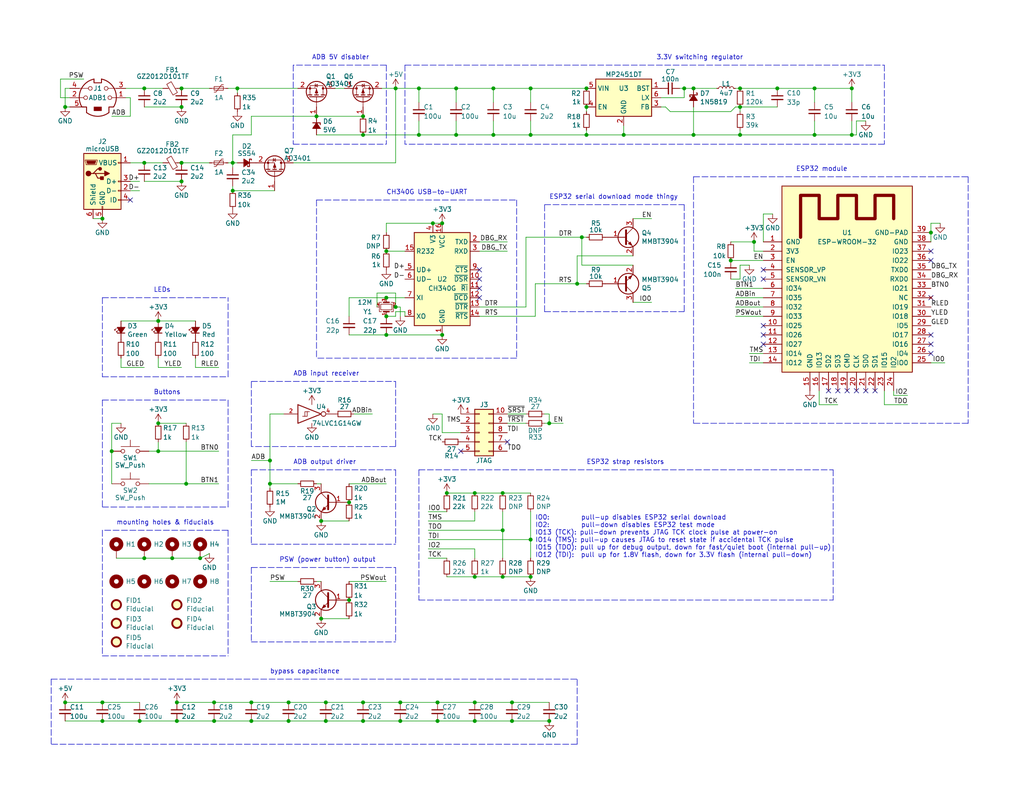
<source format=kicad_sch>
(kicad_sch (version 20211123) (generator eeschema)
  (paper "USLetter")
  (title_block (title "ADBT") (date "2021-02-17") (rev "0.5") (company "Garrett's Workshop"))
  (junction (at 49.53 49.53))
  (junction (at 189.23 36.83))
  (junction (at 144.78 157.48))
  (junction (at 134.62 24.13))
  (junction (at 139.7 196.85))
  (junction (at 114.3 24.13))
  (junction (at 73.66 132.08))
  (junction (at 105.41 81.28))
  (junction (at 232.41 24.13))
  (junction (at 119.38 196.85))
  (junction (at 158.75 64.77))
  (junction (at 201.93 29.21))
  (junction (at 144.78 147.32))
  (junction (at 73.66 125.73))
  (junction (at 118.11 60.96))
  (junction (at 222.25 36.83))
  (junction (at 137.16 157.48))
  (junction (at 222.25 24.13))
  (junction (at 129.54 191.77))
  (junction (at 88.9 196.85))
  (junction (at 63.5 52.07))
  (junction (at 107.95 83.82))
  (junction (at 254 63.5))
  (junction (at 39.37 44.45))
  (junction (at 68.58 191.77))
  (junction (at 95.25 137.16))
  (junction (at 119.38 191.77))
  (junction (at 43.18 87.63))
  (junction (at 134.62 36.83))
  (junction (at 43.18 115.57))
  (junction (at 201.93 36.83))
  (junction (at 120.65 60.96))
  (junction (at 120.65 91.44))
  (junction (at 86.36 31.75))
  (junction (at 38.1 196.85))
  (junction (at 87.63 168.91))
  (junction (at 105.41 86.36))
  (junction (at 129.54 157.48))
  (junction (at 68.58 196.85))
  (junction (at 129.54 196.85))
  (junction (at 160.02 24.13))
  (junction (at 157.48 77.47))
  (junction (at 232.41 36.83))
  (junction (at 43.18 123.19))
  (junction (at 27.94 191.77))
  (junction (at 39.37 152.4))
  (junction (at 121.92 134.62))
  (junction (at 63.5 44.45))
  (junction (at 105.41 68.58))
  (junction (at 149.86 196.85))
  (junction (at 144.78 24.13))
  (junction (at 149.86 115.57))
  (junction (at 58.42 196.85))
  (junction (at 49.53 44.45))
  (junction (at 205.74 66.04))
  (junction (at 99.06 196.85))
  (junction (at 199.39 71.12))
  (junction (at 99.06 31.75))
  (junction (at 49.53 29.21))
  (junction (at 189.23 24.13))
  (junction (at 186.69 24.13))
  (junction (at 139.7 191.77))
  (junction (at 124.46 36.83))
  (junction (at 144.78 36.83))
  (junction (at 48.26 191.77))
  (junction (at 27.94 59.69))
  (junction (at 49.53 24.13))
  (junction (at 137.16 144.78))
  (junction (at 27.94 196.85))
  (junction (at 212.09 24.13))
  (junction (at 88.9 191.77))
  (junction (at 160.02 29.21))
  (junction (at 78.74 196.85))
  (junction (at 201.93 24.13))
  (junction (at 124.46 24.13))
  (junction (at 105.41 91.44))
  (junction (at 78.74 191.77))
  (junction (at 109.22 196.85))
  (junction (at 137.16 134.62))
  (junction (at 99.06 191.77))
  (junction (at 109.22 191.77))
  (junction (at 17.78 191.77))
  (junction (at 87.63 142.24))
  (junction (at 114.3 36.83))
  (junction (at 17.78 29.21))
  (junction (at 39.37 24.13))
  (junction (at 30.48 123.19))
  (junction (at 46.99 152.4))
  (junction (at 58.42 191.77))
  (junction (at 129.54 134.62))
  (junction (at 50.8 132.08))
  (junction (at 95.25 163.83))
  (junction (at 170.18 36.83))
  (junction (at 107.95 24.13))
  (junction (at 54.61 152.4))
  (junction (at 64.77 24.13))
  (junction (at 48.26 196.85))
  (junction (at 160.02 36.83))
  (junction (at 99.06 36.83))
  (no_connect (at 228.6 106.68))
  (no_connect (at 254 68.58))
  (no_connect (at 254 81.28))
  (no_connect (at 254 71.12))
  (no_connect (at 130.81 78.74))
  (no_connect (at 254 96.52))
  (no_connect (at 226.06 106.68))
  (no_connect (at 254 91.44))
  (no_connect (at 130.81 73.66))
  (no_connect (at 233.68 106.68))
  (no_connect (at 208.28 93.98))
  (no_connect (at 208.28 76.2))
  (no_connect (at 208.28 73.66))
  (no_connect (at 208.28 91.44))
  (no_connect (at 208.28 88.9))
  (no_connect (at 130.81 76.2))
  (no_connect (at 138.43 120.65))
  (no_connect (at 130.81 81.28))
  (no_connect (at 231.14 106.68))
  (no_connect (at 236.22 106.68))
  (no_connect (at 254 93.98))
  (no_connect (at 125.73 123.19))
  (no_connect (at 238.76 106.68))
  (no_connect (at 35.56 54.61))
  (wire (pts (xy 114.3 36.83) (xy 124.46 36.83)))
  (wire (pts (xy 43.18 100.33) (xy 43.18 97.79)))
  (wire (pts (xy 144.78 24.13) (xy 144.78 27.94)))
  (wire (pts (xy 120.65 118.11) (xy 125.73 118.11)))
  (wire (pts (xy 105.41 60.96) (xy 105.41 63.5)))
  (wire (pts (xy 39.37 100.33) (xy 33.02 100.33)))
  (polyline (pts (xy 68.58 175.26) (xy 107.95 175.26)))
  (wire (pts (xy 58.42 191.77) (xy 68.58 191.77)))
  (wire (pts (xy 119.38 196.85) (xy 129.54 196.85)))
  (wire (pts (xy 200.66 83.82) (xy 208.28 83.82)))
  (wire (pts (xy 105.41 60.96) (xy 118.11 60.96)))
  (polyline (pts (xy 13.97 185.42) (xy 157.48 185.42)))
  (wire (pts (xy 54.61 152.4) (xy 46.99 152.4)))
  (wire (pts (xy 157.48 69.85) (xy 157.48 77.47)))
  (polyline (pts (xy 114.3 128.27) (xy 114.3 163.83)))
  (wire (pts (xy 62.23 24.13) (xy 64.77 24.13)))
  (wire (pts (xy 222.25 24.13) (xy 232.41 24.13)))
  (wire (pts (xy 34.29 24.13) (xy 39.37 24.13)))
  (wire (pts (xy 134.62 24.13) (xy 134.62 27.94)))
  (wire (pts (xy 17.78 24.13) (xy 17.78 29.21)))
  (polyline (pts (xy 189.23 48.26) (xy 264.16 48.26)))
  (wire (pts (xy 73.66 158.75) (xy 81.28 158.75)))
  (wire (pts (xy 110.49 85.09) (xy 110.49 86.36)))
  (polyline (pts (xy 148.59 85.09) (xy 186.69 85.09)))
  (polyline (pts (xy 80.01 17.78) (xy 80.01 39.37)))
  (wire (pts (xy 33.02 100.33) (xy 33.02 97.79)))
  (wire (pts (xy 120.65 60.96) (xy 118.11 60.96)))
  (wire (pts (xy 177.8 82.55) (xy 172.72 82.55)))
  (wire (pts (xy 86.36 36.83) (xy 99.06 36.83)))
  (wire (pts (xy 43.18 123.19) (xy 59.69 123.19)))
  (wire (pts (xy 27.94 196.85) (xy 38.1 196.85)))
  (wire (pts (xy 201.93 72.39) (xy 201.93 76.2)))
  (wire (pts (xy 95.25 81.28) (xy 105.41 81.28)))
  (polyline (pts (xy 68.58 128.27) (xy 68.58 148.59)))
  (polyline (pts (xy 86.36 54.61) (xy 140.97 54.61)))
  (wire (pts (xy 124.46 33.02) (xy 124.46 36.83)))
  (wire (pts (xy 105.41 91.44) (xy 120.65 91.44)))
  (wire (pts (xy 200.66 29.21) (xy 201.93 29.21)))
  (wire (pts (xy 59.69 100.33) (xy 53.34 100.33)))
  (polyline (pts (xy 114.3 128.27) (xy 227.33 128.27)))
  (wire (pts (xy 195.58 24.13) (xy 189.23 24.13)))
  (polyline (pts (xy 107.95 154.94) (xy 107.95 175.26)))
  (wire (pts (xy 139.7 191.77) (xy 149.86 191.77)))
  (wire (pts (xy 205.74 68.58) (xy 208.28 68.58)))
  (wire (pts (xy 116.84 144.78) (xy 137.16 144.78)))
  (wire (pts (xy 40.64 132.08) (xy 50.8 132.08)))
  (wire (pts (xy 170.18 36.83) (xy 170.18 34.29)))
  (wire (pts (xy 138.43 115.57) (xy 143.51 115.57)))
  (polyline (pts (xy 148.59 55.88) (xy 186.69 55.88)))
  (polyline (pts (xy 110.49 17.78) (xy 110.49 39.37)))
  (wire (pts (xy 212.09 24.13) (xy 222.25 24.13)))
  (wire (pts (xy 107.95 85.09) (xy 110.49 85.09)))
  (wire (pts (xy 63.5 52.07) (xy 63.5 50.8)))
  (wire (pts (xy 109.22 191.77) (xy 119.38 191.77)))
  (wire (pts (xy 49.53 29.21) (xy 39.37 29.21)))
  (wire (pts (xy 116.84 149.86) (xy 129.54 149.86)))
  (polyline (pts (xy 114.3 163.83) (xy 227.33 163.83)))
  (wire (pts (xy 68.58 125.73) (xy 73.66 125.73)))
  (wire (pts (xy 19.05 29.21) (xy 17.78 29.21)))
  (wire (pts (xy 124.46 24.13) (xy 134.62 24.13)))
  (polyline (pts (xy 27.94 138.43) (xy 62.23 138.43)))
  (wire (pts (xy 95.25 91.44) (xy 105.41 91.44)))
  (wire (pts (xy 186.69 24.13) (xy 185.42 24.13)))
  (polyline (pts (xy 27.94 179.07) (xy 62.23 179.07)))
  (wire (pts (xy 64.77 24.13) (xy 81.28 24.13)))
  (wire (pts (xy 143.51 83.82) (xy 143.51 64.77)))
  (wire (pts (xy 148.59 115.57) (xy 149.86 115.57)))
  (wire (pts (xy 88.9 196.85) (xy 99.06 196.85)))
  (wire (pts (xy 144.78 147.32) (xy 144.78 139.7)))
  (wire (pts (xy 138.43 113.03) (xy 143.51 113.03)))
  (wire (pts (xy 109.22 83.82) (xy 109.22 86.36)))
  (wire (pts (xy 101.6 113.03) (xy 96.52 113.03)))
  (wire (pts (xy 134.62 36.83) (xy 144.78 36.83)))
  (wire (pts (xy 17.78 191.77) (xy 27.94 191.77)))
  (wire (pts (xy 46.99 152.4) (xy 39.37 152.4)))
  (wire (pts (xy 99.06 196.85) (xy 109.22 196.85)))
  (wire (pts (xy 73.66 125.73) (xy 73.66 132.08)))
  (wire (pts (xy 201.93 29.21) (xy 212.09 29.21)))
  (wire (pts (xy 205.74 66.04) (xy 205.74 68.58)))
  (wire (pts (xy 88.9 191.77) (xy 99.06 191.77)))
  (wire (pts (xy 233.68 33.02) (xy 233.68 36.83)))
  (wire (pts (xy 144.78 33.02) (xy 144.78 36.83)))
  (wire (pts (xy 186.69 26.67) (xy 186.69 24.13)))
  (wire (pts (xy 157.48 77.47) (xy 160.02 77.47)))
  (wire (pts (xy 223.52 106.68) (xy 223.52 110.49)))
  (wire (pts (xy 160.02 36.83) (xy 170.18 36.83)))
  (wire (pts (xy 204.47 99.06) (xy 208.28 99.06)))
  (wire (pts (xy 63.5 36.83) (xy 63.5 44.45)))
  (wire (pts (xy 43.18 120.65) (xy 43.18 123.19)))
  (wire (pts (xy 107.95 24.13) (xy 114.3 24.13)))
  (wire (pts (xy 130.81 68.58) (xy 138.43 68.58)))
  (wire (pts (xy 118.11 113.03) (xy 120.65 113.03)))
  (wire (pts (xy 222.25 27.94) (xy 222.25 24.13)))
  (wire (pts (xy 204.47 72.39) (xy 201.93 72.39)))
  (wire (pts (xy 105.41 132.08) (xy 95.25 132.08)))
  (wire (pts (xy 160.02 24.13) (xy 144.78 24.13)))
  (wire (pts (xy 232.41 24.13) (xy 232.41 27.94)))
  (wire (pts (xy 95.25 168.91) (xy 87.63 168.91)))
  (wire (pts (xy 129.54 142.24) (xy 129.54 139.7)))
  (polyline (pts (xy 68.58 148.59) (xy 107.95 148.59)))
  (wire (pts (xy 80.01 44.45) (xy 107.95 44.45)))
  (wire (pts (xy 201.93 36.83) (xy 222.25 36.83)))
  (wire (pts (xy 95.25 81.28) (xy 95.25 86.36)))
  (wire (pts (xy 200.66 86.36) (xy 208.28 86.36)))
  (polyline (pts (xy 27.94 81.28) (xy 27.94 102.87)))
  (wire (pts (xy 144.78 157.48) (xy 137.16 157.48)))
  (wire (pts (xy 59.69 132.08) (xy 50.8 132.08)))
  (wire (pts (xy 73.66 113.03) (xy 77.47 113.03)))
  (polyline (pts (xy 68.58 121.92) (xy 68.58 104.14)))
  (wire (pts (xy 180.34 26.67) (xy 186.69 26.67)))
  (polyline (pts (xy 68.58 104.14) (xy 107.95 104.14)))
  (polyline (pts (xy 105.41 17.78) (xy 105.41 39.37)))
  (polyline (pts (xy 27.94 81.28) (xy 62.23 81.28)))
  (wire (pts (xy 58.42 196.85) (xy 68.58 196.85)))
  (wire (pts (xy 137.16 144.78) (xy 137.16 152.4)))
  (wire (pts (xy 107.95 86.36) (xy 105.41 86.36)))
  (wire (pts (xy 33.02 87.63) (xy 43.18 87.63)))
  (polyline (pts (xy 140.97 97.79) (xy 86.36 97.79)))
  (wire (pts (xy 95.25 142.24) (xy 87.63 142.24)))
  (wire (pts (xy 34.29 26.67) (xy 35.56 26.67)))
  (wire (pts (xy 86.36 158.75) (xy 87.63 158.75)))
  (wire (pts (xy 172.72 69.85) (xy 157.48 69.85)))
  (wire (pts (xy 210.82 58.42) (xy 208.28 58.42)))
  (wire (pts (xy 222.25 36.83) (xy 232.41 36.83)))
  (wire (pts (xy 39.37 24.13) (xy 44.45 24.13)))
  (wire (pts (xy 144.78 147.32) (xy 144.78 152.4)))
  (wire (pts (xy 243.84 107.95) (xy 243.84 106.68)))
  (wire (pts (xy 254 60.96) (xy 256.54 60.96)))
  (wire (pts (xy 68.58 191.77) (xy 78.74 191.77)))
  (polyline (pts (xy 241.3 39.37) (xy 110.49 39.37)))
  (wire (pts (xy 247.65 107.95) (xy 243.84 107.95)))
  (polyline (pts (xy 264.16 115.57) (xy 189.23 115.57)))
  (wire (pts (xy 102.87 83.82) (xy 102.87 80.01)))
  (wire (pts (xy 73.66 132.08) (xy 73.66 133.35)))
  (polyline (pts (xy 62.23 102.87) (xy 62.23 81.28)))
  (wire (pts (xy 35.56 49.53) (xy 38.1 49.53)))
  (wire (pts (xy 116.84 152.4) (xy 121.92 152.4)))
  (wire (pts (xy 114.3 24.13) (xy 124.46 24.13)))
  (wire (pts (xy 107.95 24.13) (xy 107.95 44.45)))
  (polyline (pts (xy 13.97 185.42) (xy 13.97 203.2)))
  (wire (pts (xy 38.1 196.85) (xy 48.26 196.85)))
  (wire (pts (xy 48.26 196.85) (xy 58.42 196.85)))
  (wire (pts (xy 48.26 191.77) (xy 58.42 191.77)))
  (wire (pts (xy 208.28 58.42) (xy 208.28 66.04)))
  (wire (pts (xy 99.06 191.77) (xy 109.22 191.77)))
  (wire (pts (xy 30.48 123.19) (xy 30.48 132.08)))
  (wire (pts (xy 199.39 66.04) (xy 205.74 66.04)))
  (wire (pts (xy 120.65 113.03) (xy 120.65 118.11)))
  (polyline (pts (xy 107.95 128.27) (xy 107.95 148.59)))
  (wire (pts (xy 223.52 110.49) (xy 228.6 110.49)))
  (wire (pts (xy 170.18 36.83) (xy 189.23 36.83)))
  (wire (pts (xy 129.54 149.86) (xy 129.54 152.4)))
  (wire (pts (xy 102.87 80.01) (xy 107.95 80.01)))
  (wire (pts (xy 181.61 29.21) (xy 182.88 30.48)))
  (wire (pts (xy 129.54 191.77) (xy 139.7 191.77)))
  (wire (pts (xy 134.62 33.02) (xy 134.62 36.83)))
  (polyline (pts (xy 86.36 54.61) (xy 86.36 97.79)))
  (polyline (pts (xy 27.94 102.87) (xy 62.23 102.87)))
  (wire (pts (xy 68.58 36.83) (xy 63.5 36.83)))
  (wire (pts (xy 158.75 72.39) (xy 158.75 64.77)))
  (polyline (pts (xy 227.33 128.27) (xy 227.33 163.83)))
  (wire (pts (xy 40.64 123.19) (xy 43.18 123.19)))
  (wire (pts (xy 86.36 132.08) (xy 87.63 132.08)))
  (wire (pts (xy 189.23 36.83) (xy 201.93 36.83)))
  (polyline (pts (xy 264.16 48.26) (xy 264.16 115.57)))
  (wire (pts (xy 201.93 29.21) (xy 201.93 30.48)))
  (wire (pts (xy 160.02 30.48) (xy 160.02 29.21)))
  (wire (pts (xy 39.37 44.45) (xy 44.45 44.45)))
  (wire (pts (xy 208.28 71.12) (xy 199.39 71.12)))
  (polyline (pts (xy 27.94 109.22) (xy 27.94 138.43)))
  (wire (pts (xy 114.3 33.02) (xy 114.3 36.83)))
  (polyline (pts (xy 68.58 128.27) (xy 107.95 128.27)))
  (wire (pts (xy 91.44 24.13) (xy 93.98 24.13)))
  (wire (pts (xy 53.34 100.33) (xy 53.34 97.79)))
  (wire (pts (xy 30.48 123.19) (xy 30.48 115.57)))
  (wire (pts (xy 222.25 33.02) (xy 222.25 36.83)))
  (wire (pts (xy 68.58 196.85) (xy 78.74 196.85)))
  (wire (pts (xy 43.18 115.57) (xy 50.8 115.57)))
  (wire (pts (xy 130.81 83.82) (xy 143.51 83.82)))
  (wire (pts (xy 78.74 196.85) (xy 88.9 196.85)))
  (wire (pts (xy 35.56 31.75) (xy 30.48 31.75)))
  (wire (pts (xy 43.18 87.63) (xy 53.34 87.63)))
  (wire (pts (xy 233.68 36.83) (xy 232.41 36.83)))
  (polyline (pts (xy 62.23 144.78) (xy 62.23 179.07)))
  (wire (pts (xy 146.05 77.47) (xy 157.48 77.47)))
  (wire (pts (xy 116.84 139.7) (xy 121.92 139.7)))
  (wire (pts (xy 121.92 134.62) (xy 129.54 134.62)))
  (polyline (pts (xy 107.95 121.92) (xy 68.58 121.92)))
  (wire (pts (xy 137.16 157.48) (xy 129.54 157.48)))
  (polyline (pts (xy 157.48 203.2) (xy 13.97 203.2)))
  (wire (pts (xy 50.8 132.08) (xy 50.8 120.65)))
  (wire (pts (xy 86.36 31.75) (xy 99.06 31.75)))
  (polyline (pts (xy 68.58 154.94) (xy 68.58 175.26)))
  (wire (pts (xy 180.34 29.21) (xy 181.61 29.21)))
  (wire (pts (xy 110.49 68.58) (xy 105.41 68.58)))
  (wire (pts (xy 257.81 99.06) (xy 254 99.06)))
  (wire (pts (xy 241.3 110.49) (xy 241.3 106.68)))
  (wire (pts (xy 35.56 44.45) (xy 39.37 44.45)))
  (wire (pts (xy 68.58 31.75) (xy 68.58 36.83)))
  (wire (pts (xy 49.53 100.33) (xy 43.18 100.33)))
  (wire (pts (xy 189.23 24.13) (xy 186.69 24.13)))
  (wire (pts (xy 49.53 24.13) (xy 57.15 24.13)))
  (wire (pts (xy 30.48 115.57) (xy 33.02 115.57)))
  (wire (pts (xy 177.8 59.69) (xy 172.72 59.69)))
  (wire (pts (xy 104.14 24.13) (xy 107.95 24.13)))
  (wire (pts (xy 201.93 76.2) (xy 199.39 76.2)))
  (wire (pts (xy 182.88 30.48) (xy 199.39 30.48)))
  (wire (pts (xy 16.51 21.59) (xy 16.51 26.67)))
  (wire (pts (xy 149.86 113.03) (xy 148.59 113.03)))
  (wire (pts (xy 200.66 24.13) (xy 201.93 24.13)))
  (wire (pts (xy 254 66.04) (xy 254 63.5)))
  (wire (pts (xy 247.65 110.49) (xy 241.3 110.49)))
  (wire (pts (xy 137.16 144.78) (xy 137.16 139.7)))
  (wire (pts (xy 200.66 78.74) (xy 208.28 78.74)))
  (polyline (pts (xy 140.97 54.61) (xy 140.97 97.79)))
  (wire (pts (xy 116.84 147.32) (xy 144.78 147.32)))
  (wire (pts (xy 201.93 35.56) (xy 201.93 36.83)))
  (wire (pts (xy 129.54 157.48) (xy 121.92 157.48)))
  (wire (pts (xy 114.3 24.13) (xy 114.3 27.94)))
  (wire (pts (xy 49.53 44.45) (xy 57.15 44.45)))
  (wire (pts (xy 144.78 24.13) (xy 134.62 24.13)))
  (wire (pts (xy 208.28 96.52) (xy 204.47 96.52)))
  (polyline (pts (xy 157.48 203.2) (xy 157.48 185.42)))
  (wire (pts (xy 129.54 134.62) (xy 137.16 134.62)))
  (wire (pts (xy 200.66 81.28) (xy 208.28 81.28)))
  (polyline (pts (xy 241.3 17.78) (xy 241.3 39.37)))
  (wire (pts (xy 54.61 152.4) (xy 57.15 151.13)))
  (wire (pts (xy 189.23 29.21) (xy 189.23 36.83)))
  (polyline (pts (xy 27.94 109.22) (xy 62.23 109.22)))
  (wire (pts (xy 17.78 196.85) (xy 27.94 196.85)))
  (wire (pts (xy 138.43 66.04) (xy 130.81 66.04)))
  (wire (pts (xy 107.95 80.01) (xy 107.95 83.82)))
  (wire (pts (xy 64.77 25.4) (xy 64.77 24.13)))
  (wire (pts (xy 124.46 27.94) (xy 124.46 24.13)))
  (wire (pts (xy 105.41 158.75) (xy 95.25 158.75)))
  (polyline (pts (xy 62.23 138.43) (xy 62.23 109.22)))
  (polyline (pts (xy 148.59 85.09) (xy 148.59 55.88)))
  (wire (pts (xy 254 63.5) (xy 254 60.96)))
  (wire (pts (xy 116.84 142.24) (xy 129.54 142.24)))
  (wire (pts (xy 160.02 35.56) (xy 160.02 36.83)))
  (wire (pts (xy 35.56 31.75) (xy 35.56 26.67)))
  (wire (pts (xy 105.41 81.28) (xy 110.49 81.28)))
  (polyline (pts (xy 189.23 48.26) (xy 189.23 115.57)))
  (wire (pts (xy 68.58 31.75) (xy 86.36 31.75)))
  (polyline (pts (xy 105.41 17.78) (xy 80.01 17.78)))
  (wire (pts (xy 201.93 24.13) (xy 212.09 24.13)))
  (wire (pts (xy 22.86 21.59) (xy 16.51 21.59)))
  (wire (pts (xy 62.23 44.45) (xy 63.5 44.45)))
  (polyline (pts (xy 27.94 144.78) (xy 27.94 179.07)))
  (wire (pts (xy 232.41 33.02) (xy 232.41 36.83)))
  (wire (pts (xy 27.94 191.77) (xy 38.1 191.77)))
  (wire (pts (xy 129.54 196.85) (xy 139.7 196.85)))
  (wire (pts (xy 119.38 191.77) (xy 129.54 191.77)))
  (wire (pts (xy 63.5 44.45) (xy 64.77 44.45)))
  (wire (pts (xy 107.95 86.36) (xy 107.95 85.09)))
  (wire (pts (xy 144.78 36.83) (xy 160.02 36.83)))
  (wire (pts (xy 146.05 77.47) (xy 146.05 86.36)))
  (wire (pts (xy 146.05 86.36) (xy 130.81 86.36)))
  (wire (pts (xy 16.51 26.67) (xy 19.05 26.67)))
  (wire (pts (xy 149.86 115.57) (xy 149.86 113.03)))
  (polyline (pts (xy 186.69 55.88) (xy 186.69 85.09)))
  (polyline (pts (xy 110.49 17.78) (xy 241.3 17.78)))
  (wire (pts (xy 149.86 115.57) (xy 153.67 115.57)))
  (wire (pts (xy 74.93 52.07) (xy 63.5 52.07)))
  (wire (pts (xy 137.16 134.62) (xy 144.78 134.62)))
  (wire (pts (xy 99.06 36.83) (xy 114.3 36.83)))
  (wire (pts (xy 107.95 83.82) (xy 109.22 83.82)))
  (wire (pts (xy 63.5 45.72) (xy 63.5 44.45)))
  (wire (pts (xy 158.75 72.39) (xy 172.72 72.39)))
  (wire (pts (xy 39.37 49.53) (xy 49.53 49.53)))
  (wire (pts (xy 39.37 152.4) (xy 31.75 152.4)))
  (polyline (pts (xy 68.58 154.94) (xy 107.95 154.94)))
  (polyline (pts (xy 80.01 39.37) (xy 105.41 39.37)))
  (wire (pts (xy 160.02 64.77) (xy 158.75 64.77)))
  (wire (pts (xy 236.22 33.02) (xy 233.68 33.02)))
  (wire (pts (xy 73.66 125.73) (xy 73.66 113.03)))
  (wire (pts (xy 78.74 191.77) (xy 88.9 191.77)))
  (wire (pts (xy 35.56 52.07) (xy 38.1 52.07)))
  (polyline (pts (xy 107.95 104.14) (xy 107.95 121.92)))
  (wire (pts (xy 27.94 59.69) (xy 25.4 59.69)))
  (wire (pts (xy 17.78 24.13) (xy 19.05 24.13)))
  (wire (pts (xy 149.86 196.85) (xy 139.7 196.85)))
  (polyline (pts (xy 62.23 144.78) (xy 27.94 144.78)))
  (wire (pts (xy 124.46 36.83) (xy 134.62 36.83)))
  (wire (pts (xy 199.39 30.48) (xy 200.66 29.21)))
  (wire (pts (xy 109.22 196.85) (xy 119.38 196.85)))
  (wire (pts (xy 73.66 132.08) (xy 81.28 132.08)))
  (wire (pts (xy 143.51 64.77) (xy 158.75 64.77)))
  (text "3.3V switching regulator" (at 179.07 16.51 0) (effects (font (size 1.27 1.27)) (justify left bottom)))
  (text "ESP32 serial download mode thingy" (at 149.86 54.61 0) (effects (font (size 1.27 1.27)) (justify left bottom)))
  (text "ADB output driver" (at 80.01 127 0) (effects (font (size 1.27 1.27)) (justify left bottom)))
  (text "LEDs" (at 41.91 80.01 0) (effects (font (size 1.27 1.27)) (justify left bottom)))
  (text "ADB 5V disabler" (at 85.09 16.51 0) (effects (font (size 1.27 1.27)) (justify left bottom)))
  (text "Buttons" (at 41.91 107.95 0) (effects (font (size 1.27 1.27)) (justify left bottom)))
  (text "ESP32 module" (at 217.17 46.99 0) (effects (font (size 1.27 1.27)) (justify left bottom)))
  (text "bypass capacitance" (at 73.66 184.15 0) (effects (font (size 1.27 1.27)) (justify left bottom)))
  (text "ADB input receiver" (at 80.01 102.87 0) (effects (font (size 1.27 1.27)) (justify left bottom)))
  (text "mounting holes & fiducials" (at 31.75 143.51 0) (effects (font (size 1.27 1.27)) (justify left bottom)))
  (text "IO0:         pull-up disables ESP32 serial download\nIO2:         pull-down disables ESP32 test mode\nIO13 (TCK): pull-down prevents JTAG TCK clock pulse at power-on\nIO14 (TMS): pull-up causes JTAG to reset state if accidental TCK pulse\nIO15 (TDO): pull up for debug output, down for fast/quiet boot (internal pull-up)\nIO12 (TDI):  pull up for 1.8V flash, down for 3.3V flash (internal pull-down)" (at 146.05 152.4 0) (effects (font (size 1.27 1.27)) (justify left bottom)))
  (text "PSW (power button) output" (at 76.2 153.67 0) (effects (font (size 1.27 1.27)) (justify left bottom)))
  (text "CH340G USB-to-UART" (at 105.41 53.34 0) (effects (font (size 1.27 1.27)) (justify left bottom)))
  (text "ESP32 strap resistors" (at 160.02 127 0) (effects (font (size 1.27 1.27)) (justify left bottom)))
  (label "PSW" (at 22.86 21.59 180))
  (label "D+" (at 110.49 73.66 180))
  (label "IO0" (at 116.84 139.7 0))
  (label "BTN0" (at 254 78.74 0))
  (label "TMS" (at 125.73 115.57 180))
  (label "ADBin" (at 101.6 113.03 180))
  (label "RLED" (at 254 83.82 0))
  (label "TDO" (at 116.84 144.78 0))
  (label "D+" (at 38.1 49.53 180))
  (label "ADB" (at 30.48 31.75 0))
  (label "EN" (at 208.28 71.12 180))
  (label "DBG_RX" (at 254 76.2 0))
  (label "YLED" (at 49.53 100.33 180))
  (label "~{SRST}" (at 138.43 113.03 0))
  (label "ADB" (at 68.58 125.73 0))
  (label "PSWout" (at 200.66 86.36 0))
  (label "DBG_TX" (at 254 73.66 0))
  (label "IO2" (at 116.84 149.86 0))
  (label "RTS" (at 135.89 86.36 180))
  (label "TDI" (at 204.47 99.06 0))
  (label "BTN1" (at 200.66 78.74 0))
  (label "TDI" (at 116.84 147.32 0))
  (label "DBG_TX" (at 138.43 68.58 180))
  (label "IO0" (at 177.8 82.55 180))
  (label "EN" (at 177.8 59.69 180))
  (label "RTS" (at 152.4 77.47 0))
  (label "ADBout" (at 105.41 132.08 180))
  (label "IO2" (at 247.65 107.95 180))
  (label "BTN1" (at 59.69 132.08 180))
  (label "PSW" (at 73.66 158.75 0))
  (label "YLED" (at 254 86.36 0))
  (label "PSWout" (at 105.41 158.75 180))
  (label "BTN0" (at 59.69 123.19 180))
  (label "TDO" (at 138.43 123.19 0))
  (label "TMS" (at 204.47 96.52 0))
  (label "TMS" (at 116.84 142.24 0))
  (label "D-" (at 110.49 76.2 180))
  (label "EN" (at 153.67 115.57 180))
  (label "RLED" (at 59.69 100.33 180))
  (label "ADBin" (at 200.66 81.28 0))
  (label "TDO" (at 247.65 110.49 180))
  (label "IO0" (at 257.81 99.06 180))
  (label "~{TRST}" (at 138.43 115.57 0))
  (label "GLED" (at 39.37 100.33 180))
  (label "D-" (at 38.1 52.07 180))
  (label "TDI" (at 138.43 118.11 0))
  (label "TCK" (at 120.65 120.65 180))
  (label "DTR" (at 152.4 64.77 0))
  (label "TCK" (at 116.84 152.4 0))
  (label "GLED" (at 254 88.9 0))
  (label "DTR" (at 135.89 83.82 180))
  (label "TCK" (at 228.6 110.49 180))
  (label "DBG_RX" (at 138.43 66.04 180))
  (label "ADBout" (at 200.66 83.82 0))
  (symbol (lib_id "Mechanical:Fiducial") (at 31.75 165.1 0) (unit 1)
    (property "Reference" "FID1" (at 34.29 163.9316 0) (effects (justify left)))
    (property "Value" "Fiducial" (at 34.29 166.243 0) (effects (justify left)))
    (property "Footprint" "stdpads:Fiducial" (effects hide))
  )
  (symbol (lib_id "Mechanical:Fiducial") (at 48.26 165.1 0) (unit 1)
    (property "Reference" "FID2" (at 50.8 163.9316 0) (effects (justify left)))
    (property "Value" "Fiducial" (at 50.8 166.243 0) (effects (justify left)))
    (property "Footprint" "stdpads:Fiducial" (effects hide))
  )
  (symbol (lib_id "Mechanical:Fiducial") (at 31.75 170.18 0) (unit 1)
    (property "Reference" "FID3" (at 34.29 169.0116 0) (effects (justify left)))
    (property "Value" "Fiducial" (at 34.29 171.323 0) (effects (justify left)))
    (property "Footprint" "stdpads:Fiducial" (effects hide))
  )
  (symbol (lib_id "Mechanical:Fiducial") (at 48.26 170.18 0) (unit 1)
    (property "Reference" "FID4" (at 50.8 169.0116 0) (effects (justify left)))
    (property "Value" "Fiducial" (at 50.8 171.323 0) (effects (justify left)))
    (property "Footprint" "stdpads:Fiducial" (effects hide))
  )
  (symbol (lib_id "Mechanical:MountingHole_Pad") (at 31.75 149.86 0) (unit 1)
    (property "Reference" "H1" (at 34.29 148.59 0) (effects (justify left)))
    (property "Value" " " (at 34.29 150.876 0) (effects (justify left)))
    (property "Footprint" "stdpads:LPSeries-Screw" (effects hide))
  )
  (symbol (lib_id "Mechanical:MountingHole_Pad") (at 39.37 149.86 0) (unit 1)
    (property "Reference" "H2" (at 41.91 148.59 0) (effects (justify left)))
    (property "Value" " " (at 41.91 150.876 0) (effects (justify left)))
    (property "Footprint" "stdpads:LPSeries-Screw" (effects hide))
  )
  (symbol (lib_id "Mechanical:MountingHole_Pad") (at 46.99 149.86 0) (unit 1)
    (property "Reference" "H3" (at 49.53 148.59 0) (effects (justify left)))
    (property "Value" " " (at 49.53 150.876 0) (effects (justify left)))
    (property "Footprint" "stdpads:LPSeries-Screw" (effects hide))
  )
  (symbol (lib_id "Mechanical:MountingHole_Pad") (at 54.61 149.86 0) (unit 1)
    (property "Reference" "H4" (at 57.15 148.59 0) (effects (justify left)))
    (property "Value" " " (at 57.15 150.876 0) (effects (justify left)))
    (property "Footprint" "stdpads:LPSeries-Screw" (effects hide))
  )
  (symbol (lib_id "GW_RFModule:ESP-WROOM-32") (at 231.14 81.28 0) (unit 1)
    (property "Reference" "U1" (at 231.14 63.5 0))
    (property "Value" "ESP-WROOM-32" (at 231.14 66.04 0))
    (property "Footprint" "stdpads:ESP32-WROVER_WROOM-32_WROOM" (effects hide))
    (property "LCSC Part" "C473012" (effects hide))
  )
  (symbol (lib_id "GW_Connector:MiniDIN-4") (at 26.67 26.67 0) (unit 1)
    (property "Reference" "J1" (at 26.67 24.13 0))
    (property "Value" "ADB1" (at 26.67 26.67 0))
    (property "Footprint" "stdpads:MD-40" (effects hide))
  )
  (symbol (lib_id "Device:L_Small") (at 198.12 24.13 90) (unit 1)
    (property "Reference" "L1" (at 198.12 22.86 90))
    (property "Value" "4u7" (at 198.12 25.4 90))
    (property "Footprint" "stdpads:Sunlord_MWSA0402" (effects hide))
    (property "LCSC Part" "C408337" (effects hide))
  )
  (symbol (lib_id "Device:R_Small") (at 201.93 26.67 0) (unit 1)
    (property "Reference" "R1" (at 203.4286 25.5016 0) (effects (justify left)))
    (property "Value" "120k" (at 203.4286 27.813 0) (effects (justify left)))
    (property "Footprint" "stdpads:R_0603" (effects hide))
    (property "LCSC Part" "C25808" (effects hide))
  )
  (symbol (lib_id "Device:R_Small") (at 201.93 33.02 0) (unit 1)
    (property "Reference" "R3" (at 203.4286 31.8516 0) (effects (justify left)))
    (property "Value" "39k" (at 203.4286 34.163 0) (effects (justify left)))
    (property "Footprint" "stdpads:R_0603" (effects hide))
    (property "LCSC Part" "C23153" (effects hide))
  )
  (symbol (lib_id "Device:C_Small") (at 222.25 30.48 0) (unit 1)
    (property "Reference" "C5" (at 224.79 29.21 0) (effects (justify left)))
    (property "Value" "10u" (at 224.79 31.75 0) (effects (justify left)))
    (property "Footprint" "stdpads:C_0805" (effects hide))
    (property "LCSC Part" "C15850" (effects hide))
  )
  (symbol (lib_id "Device:C_Small") (at 232.41 30.48 0) (unit 1)
    (property "Reference" "C6" (at 234.95 29.21 0) (effects (justify left)))
    (property "Value" "10u" (at 234.95 31.75 0) (effects (justify left)))
    (property "Footprint" "stdpads:C_0805" (effects hide))
    (property "LCSC Part" "C15850" (effects hide))
  )
  (symbol (lib_id "Device:Polyfuse_Small") (at 59.69 44.45 90) (unit 1)
    (property "Reference" "F2" (at 59.69 41.91 90))
    (property "Value" "1A" (at 59.69 46.99 90))
    (property "Footprint" "stdpads:BelFuse_1206" (effects hide))
    (property "LCSC Part" "C66453" (effects hide))
  )
  (symbol (lib_id "Connector:USB_B_Micro") (at 27.94 49.53 0) (unit 1)
    (property "Reference" "J2" (at 27.94 39.37 0) (effects (justify bottom)))
    (property "Value" "microUSB" (at 27.94 40.64 0))
    (property "Footprint" "stdpads:USB_Micro-B_ShouHan_MicroXNJ" (effects hide))
    (property "LCSC Part" "C404969" (effects hide))
  )
  (symbol (lib_id "power:GND") (at 27.94 59.69 0) (unit 1)
    (property "Reference" "#PWR0117" (effects hide))
    (property "Value" "GND" (at 27.94 63.5 0))
  )
  (symbol (lib_id "Interface_USB:CH340G") (at 120.65 76.2 0) (unit 1)
    (property "Reference" "U2" (at 120.65 76.2 0))
    (property "Value" "CH340G" (at 120.65 78.74 0))
    (property "Footprint" "stdpads:SOIC-16_3.9mm" (effects hide))
    (property "Datasheet" "http://www.datasheet5.com/pdf-local-2195953" (effects hide))
    (property "LCSC Part" "C14267" (effects hide))
  )
  (symbol (lib_id "power:GND") (at 256.54 60.96 0) (unit 1)
    (property "Reference" "#PWR0101" (effects hide))
    (property "Value" "GND" (at 256.54 64.77 0))
  )
  (symbol (lib_id "power:GND") (at 210.82 58.42 0) (unit 1)
    (property "Reference" "#PWR0102" (effects hide))
    (property "Value" "GND" (at 210.82 62.23 0))
  )
  (symbol (lib_id "power:GND") (at 220.98 106.68 0) (unit 1)
    (property "Reference" "#PWR0103" (effects hide))
    (property "Value" "GND" (at 220.98 110.49 0))
  )
  (symbol (lib_id "power:+3V3") (at 205.74 66.04 0) (unit 1)
    (property "Reference" "#PWR0104" (effects hide))
    (property "Value" "+3V3" (at 205.74 62.23 0))
  )
  (symbol (lib_id "power:GND") (at 87.63 142.24 0) (mirror y) (unit 1)
    (property "Reference" "#PWR0130" (effects hide))
    (property "Value" "GND" (at 87.63 146.05 0))
  )
  (symbol (lib_id "Device:R_Small") (at 95.25 139.7 0) (mirror y) (unit 1)
    (property "Reference" "R25" (at 96.52 138.43 0) (effects (justify right)))
    (property "Value" "1k" (at 96.52 140.97 0) (effects (justify right)))
    (property "Footprint" "stdpads:R_0603" (effects hide))
    (property "LCSC Part" "C21190" (effects hide))
  )
  (symbol (lib_id "Device:R_Small") (at 95.25 134.62 0) (unit 1)
    (property "Reference" "R20" (at 96.52 133.35 0) (effects (justify left)))
    (property "Value" "1k" (at 96.52 135.89 0) (effects (justify left)))
    (property "Footprint" "stdpads:R_0603" (effects hide))
    (property "LCSC Part" "C21190" (effects hide))
  )
  (symbol (lib_id "power:+3V3") (at 120.65 60.96 0) (unit 1)
    (property "Reference" "#PWR0109" (effects hide))
    (property "Value" "+3V3" (at 120.65 57.15 0))
  )
  (symbol (lib_id "power:GND") (at 120.65 91.44 0) (unit 1)
    (property "Reference" "#PWR0110" (effects hide))
    (property "Value" "GND" (at 120.65 95.25 0))
  )
  (symbol (lib_id "Device:C_Small") (at 105.41 88.9 0) (mirror y) (unit 1)
    (property "Reference" "C17" (at 102.87 87.63 0) (effects (justify left)))
    (property "Value" "22p" (at 102.87 90.17 0) (effects (justify left)))
    (property "Footprint" "stdpads:C_0603" (effects hide))
    (property "LCSC Part" "C1653" (effects hide))
  )
  (symbol (lib_id "Device:C_Small") (at 95.25 88.9 0) (mirror y) (unit 1)
    (property "Reference" "C16" (at 92.71 87.63 0) (effects (justify left)))
    (property "Value" "22p" (at 92.71 90.17 0) (effects (justify left)))
    (property "Footprint" "stdpads:C_0603" (effects hide))
    (property "LCSC Part" "C1653" (effects hide))
  )
  (symbol (lib_id "power:GND") (at 85.09 115.57 0) (unit 1)
    (property "Reference" "#PWR0105" (effects hide))
    (property "Value" "GND" (at 85.09 119.38 0))
  )
  (symbol (lib_id "power:+3V3") (at 85.09 110.49 0) (mirror y) (unit 1)
    (property "Reference" "#PWR0106" (effects hide))
    (property "Value" "+3V3" (at 85.09 106.68 0))
  )
  (symbol (lib_id "power:GND") (at 17.78 29.21 0) (unit 1)
    (property "Reference" "#PWR0134" (effects hide))
    (property "Value" "GND" (at 17.78 33.02 0))
  )
  (symbol (lib_id "power:GND") (at 57.15 151.13 0) (mirror y) (unit 1)
    (property "Reference" "#PWR0135" (effects hide))
    (property "Value" "GND" (at 57.15 154.94 0))
  )
  (symbol (lib_id "Device:C_Small") (at 124.46 30.48 0) (unit 1)
    (property "Reference" "C2" (at 125.73 29.21 0) (effects (justify left)))
    (property "Value" "100u" (at 125.73 31.75 0) (effects (justify left)))
    (property "Footprint" "stdpads:C_1210" (effects hide))
    (property "LCSC Part" "C49066" (effects hide))
  )
  (symbol (lib_id "Device:C_Small") (at 17.78 194.31 0) (unit 1)
    (property "Reference" "C11" (at 19.05 193.04 0) (effects (justify left)))
    (property "Value" "100u" (at 19.05 195.58 0) (effects (justify left)))
    (property "Footprint" "stdpads:C_1210" (effects hide))
    (property "LCSC Part" "C49066" (effects hide))
  )
  (symbol (lib_id "Device:C_Small") (at 27.94 194.31 0) (unit 1)
    (property "Reference" "C25" (at 29.21 193.04 0) (effects (justify left)))
    (property "Value" "100u" (at 29.21 195.58 0) (effects (justify left)))
    (property "Footprint" "stdpads:C_1210" (effects hide))
    (property "LCSC Part" "C49066" (effects hide))
  )
  (symbol (lib_id "power:GND") (at 63.5 57.15 0) (mirror y) (unit 1)
    (property "Reference" "#PWR0107" (effects hide))
    (property "Value" "GND" (at 63.5 60.96 0))
  )
  (symbol (lib_id "Device:C_Small") (at 38.1 194.31 0) (unit 1)
    (property "Reference" "C26" (at 39.37 193.04 0) (effects (justify left)))
    (property "Value" "100u" (at 39.37 195.58 0) (effects (justify left)))
    (property "Footprint" "stdpads:C_1210" (effects hide))
    (property "LCSC Part" "C49066" (effects hide))
  )
  (symbol (lib_id "Device:C_Small") (at 114.3 30.48 0) (unit 1)
    (property "Reference" "C1" (at 115.57 29.21 0) (effects (justify left)))
    (property "Value" "100u" (at 115.57 31.75 0) (effects (justify left)))
    (property "Footprint" "stdpads:C_1210" (effects hide))
    (property "LCSC Part" "C49066" (effects hide))
  )
  (symbol (lib_id "Device:R_Small") (at 50.8 118.11 0) (unit 1)
    (property "Reference" "R13" (at 52.07 116.84 0) (effects (justify left)))
    (property "Value" "1k" (at 52.07 119.38 0) (effects (justify left)))
    (property "Footprint" "stdpads:R_0603" (effects hide))
    (property "LCSC Part" "C21190" (effects hide))
  )
  (symbol (lib_id "Switch:SW_Push") (at 35.56 132.08 0) (mirror y) (unit 1)
    (property "Reference" "SW2" (at 35.56 134.62 0) (effects (justify bottom)))
    (property "Value" "SW_Push" (at 35.56 135.89 0))
    (property "Footprint" "stdpads:XKB_TS-1187A" (effects hide))
    (property "LCSC Part" "C480267" (effects hide))
  )
  (symbol (lib_id "Device:C_Small") (at 48.26 194.31 0) (unit 1)
    (property "Reference" "C12" (at 49.53 193.04 0) (effects (justify left)))
    (property "Value" "2u2" (at 49.53 195.58 0) (effects (justify left)))
    (property "Footprint" "stdpads:C_0603" (effects hide))
    (property "LCSC Part" "C23630" (effects hide))
  )
  (symbol (lib_id "power:GND") (at 73.66 138.43 0) (mirror y) (unit 1)
    (property "Reference" "#PWR0136" (effects hide))
    (property "Value" "GND" (at 73.66 142.24 0))
  )
  (symbol (lib_id "Device:C_Small") (at 119.38 194.31 0) (unit 1)
    (property "Reference" "C27" (at 120.65 193.04 0) (effects (justify left)))
    (property "Value" "100u" (at 120.65 195.58 0) (effects (justify left)))
    (property "Footprint" "stdpads:C_1210" (effects hide))
    (property "LCSC Part" "C49066" (effects hide))
  )
  (symbol (lib_id "Device:C_Small") (at 129.54 194.31 0) (unit 1)
    (property "Reference" "C28" (at 130.81 193.04 0) (effects (justify left)))
    (property "Value" "100u" (at 130.81 195.58 0) (effects (justify left)))
    (property "Footprint" "stdpads:C_1210" (effects hide))
    (property "LCSC Part" "C49066" (effects hide))
  )
  (symbol (lib_id "Device:C_Small") (at 149.86 194.31 0) (unit 1)
    (property "Reference" "C30" (at 151.13 193.04 0) (effects (justify left)))
    (property "Value" "2u2" (at 151.13 195.58 0) (effects (justify left)))
    (property "Footprint" "stdpads:C_0603" (effects hide))
    (property "LCSC Part" "C23630" (effects hide))
  )
  (symbol (lib_id "Device:R_Small") (at 160.02 26.67 0) (mirror y) (unit 1)
    (property "Reference" "R2" (at 158.5214 25.5016 0) (effects (justify left)))
    (property "Value" "1k" (at 158.5214 27.813 0) (effects (justify left)))
    (property "Footprint" "stdpads:R_0603" (effects hide))
    (property "LCSC Part" "C21190" (effects hide))
  )
  (symbol (lib_id "Device:R_Small") (at 160.02 33.02 0) (mirror y) (unit 1)
    (property "Reference" "R18" (at 158.5214 31.8516 0) (effects (justify left)))
    (property "Value" "1k" (at 158.5214 34.163 0) (effects (justify left)))
    (property "Footprint" "stdpads:R_0603" (effects hide))
    (property "LCSC Part" "C21190" (effects hide))
  )
  (symbol (lib_id "Connector_Generic:Conn_02x05_Counter_Clockwise") (at 130.81 118.11 0) (unit 1)
    (property "Reference" "J3" (at 132.08 110.49 0))
    (property "Value" "JTAG" (at 132.08 125.73 0))
    (property "Footprint" "stdpads:Tag-Connect_TC2050-IDC-NL_2x05_P1.27mm_Vertical" (effects hide))
  )
  (symbol (lib_id "power:+3V3") (at 125.73 113.03 0) (mirror y) (unit 1)
    (property "Reference" "#PWR0120" (effects hide))
    (property "Value" "+3V3" (at 125.73 109.22 0))
  )
  (symbol (lib_id "power:GND") (at 118.11 113.03 0) (unit 1)
    (property "Reference" "#PWR0122" (effects hide))
    (property "Value" "GND" (at 118.11 116.84 0))
  )
  (symbol (lib_id "Mechanical:Fiducial") (at 31.75 175.26 0) (unit 1)
    (property "Reference" "FID5" (at 34.29 174.0916 0) (effects (justify left)))
    (property "Value" "Fiducial" (at 34.29 176.403 0) (effects (justify left)))
    (property "Footprint" "stdpads:Fiducial" (effects hide))
  )
  (symbol (lib_id "Device:D_Schottky_Small_ALT") (at 189.23 26.67 270) (unit 1)
    (property "Reference" "D7" (at 190.9572 25.5016 90) (effects (justify left)))
    (property "Value" "1N5819" (at 190.9572 27.813 90) (effects (justify left)))
    (property "Footprint" "stdpads:D_SOD-123" (effects hide))
    (property "LCSC Part" "C8598" (effects hide))
  )
  (symbol (lib_id "Device:R_Small") (at 146.05 113.03 90) (mirror x) (unit 1)
    (property "Reference" "R34" (at 146.05 109.22 90))
    (property "Value" "27" (at 146.05 111.76 90) (effects (justify bottom)))
    (property "Footprint" "stdpads:R_0603" (effects hide))
    (property "LCSC Part" "C25190" (effects hide))
  )
  (symbol (lib_id "Device:R_Small") (at 123.19 120.65 90) (unit 1)
    (property "Reference" "R14" (at 123.19 124.46 90))
    (property "Value" "27" (at 123.19 121.92 90) (effects (justify bottom)))
    (property "Footprint" "stdpads:R_0603" (effects hide))
    (property "LCSC Part" "C25190" (effects hide))
  )
  (symbol (lib_id "Device:R_Small") (at 146.05 115.57 90) (unit 1)
    (property "Reference" "R33" (at 146.05 119.38 90))
    (property "Value" "DNP" (at 146.05 116.84 90) (effects (justify bottom)))
    (property "Footprint" "stdpads:R_0603" (effects hide))
  )
  (symbol (lib_id "Device:Q_PMOS_GSD") (at 74.93 46.99 270) (mirror x) (unit 1)
    (property "Reference" "Q7" (at 77.47 41.91 90) (effects (justify left top)))
    (property "Value" "AO3401" (at 77.47 43.18 90) (effects (justify left)))
    (property "Footprint" "stdpads:SOT-23" (effects hide))
    (property "LCSC Part" "C15127" (effects hide))
  )
  (symbol (lib_id "Device:R_Small") (at 63.5 54.61 0) (mirror y) (unit 1)
    (property "Reference" "R36" (at 64.77 53.34 0) (effects (justify right)))
    (property "Value" "10k" (at 64.77 55.88 0) (effects (justify right)))
    (property "Footprint" "stdpads:R_0603" (effects hide))
    (property "LCSC Part" "C21190" (effects hide))
  )
  (symbol (lib_id "Device:C_Small") (at 139.7 194.31 0) (unit 1)
    (property "Reference" "C29" (at 140.97 193.04 0) (effects (justify left)))
    (property "Value" "2u2" (at 140.97 195.58 0) (effects (justify left)))
    (property "Footprint" "stdpads:C_0603" (effects hide))
    (property "LCSC Part" "C23630" (effects hide))
  )
  (symbol (lib_id "Device:R_Small") (at 99.06 34.29 0) (mirror y) (unit 1)
    (property "Reference" "R4" (at 100.33 33.02 0) (effects (justify right)))
    (property "Value" "1k" (at 100.33 35.56 0) (effects (justify right)))
    (property "Footprint" "stdpads:R_0603" (effects hide))
    (property "LCSC Part" "C21190" (effects hide))
  )
  (symbol (lib_id "power:+5V") (at 107.95 24.13 0) (unit 1)
    (property "Reference" "#PWR0108" (effects hide))
    (property "Value" "+5V" (at 107.95 20.32 0))
  )
  (symbol (lib_id "Device:C_Small") (at 63.5 48.26 0) (unit 1)
    (property "Reference" "C34" (at 65.8368 47.0916 0) (effects (justify left)))
    (property "Value" "2u2" (at 65.8368 49.403 0) (effects (justify left)))
    (property "Footprint" "stdpads:C_0603" (effects hide))
    (property "LCSC Part" "C23630" (effects hide))
  )
  (symbol (lib_id "power:+5V") (at 17.78 191.77 0) (unit 1)
    (property "Reference" "#PWR0127" (effects hide))
    (property "Value" "+5V" (at 17.78 187.96 0))
  )
  (symbol (lib_id "Device:D_Schottky_Small_ALT") (at 67.31 44.45 0) (mirror y) (unit 1)
    (property "Reference" "D2" (at 67.31 40.64 0) (effects (justify bottom)))
    (property "Value" "SS54" (at 67.31 41.91 0))
    (property "Footprint" "stdpads:D_SMA" (effects hide))
    (property "LCSC Part" "C22452" (effects hide))
  )
  (symbol (lib_id "Device:Q_PMOS_GSD") (at 99.06 26.67 90) (unit 1)
    (property "Reference" "Q6" (at 96.52 21.59 90) (effects (justify left top)))
    (property "Value" "AO3401" (at 88.9 22.86 90) (effects (justify right)))
    (property "Footprint" "stdpads:SOT-23" (effects hide))
    (property "LCSC Part" "C15127" (effects hide))
  )
  (symbol (lib_id "74xGxx:74LVC1G14") (at 85.09 113.03 0) (unit 1)
    (property "Reference" "U4" (at 87.63 111.76 0) (effects (justify bottom)))
    (property "Value" "74LVC1G14GW" (at 85.09 115.57 0) (effects (justify left)))
    (property "Footprint" "stdpads:SOT-353" (effects hide))
    (property "Datasheet" "http://www.ti.com/lit/sg/scyt129e/scyt129e.pdf" (effects hide))
    (property "LCSC Part" "C265125" (effects hide))
  )
  (symbol (lib_id "Device:R_Small") (at 83.82 132.08 90) (unit 1)
    (property "Reference" "R19" (at 83.82 133.35 90) (effects (justify bottom)))
    (property "Value" "27" (at 83.82 135.89 90))
    (property "Footprint" "stdpads:R_0603" (effects hide))
    (property "LCSC Part" "C25190" (effects hide))
  )
  (symbol (lib_id "Device:R_Small") (at 64.77 27.94 0) (mirror y) (unit 1)
    (property "Reference" "R35" (at 66.04 26.67 0) (effects (justify right)))
    (property "Value" "1k" (at 66.04 29.21 0) (effects (justify right)))
    (property "Footprint" "stdpads:R_0603" (effects hide))
    (property "LCSC Part" "C21190" (effects hide))
  )
  (symbol (lib_id "GW_Power:MP2451") (at 170.18 26.67 0) (unit 1)
    (property "Reference" "U3" (at 170.18 24.13 0))
    (property "Value" "MP2451DT" (at 170.18 20.32 0))
    (property "Footprint" "stdpads:SOT-23-6" (effects hide))
    (property "Datasheet" "http://www.aosmd.com/res/data_sheets/AOZ1282CI-1.pdf" (effects hide))
    (property "LCSC Part" "C14123" (effects hide))
  )
  (symbol (lib_id "Device:C_Small") (at 182.88 24.13 270) (unit 1)
    (property "Reference" "C7" (at 182.88 20.32 90) (effects (justify bottom)))
    (property "Value" "100n" (at 182.88 21.59 90))
    (property "Footprint" "stdpads:C_0603" (effects hide))
    (property "LCSC Part" "C14663" (effects hide))
  )
  (symbol (lib_id "Device:R_Small") (at 73.66 135.89 0) (unit 1)
    (property "Reference" "R15" (at 75.1586 134.7216 0) (effects (justify left)))
    (property "Value" "1M" (at 75.1586 137.033 0) (effects (justify left)))
    (property "Footprint" "stdpads:R_0603" (effects hide))
    (property "LCSC Part" "C22935" (effects hide))
  )
  (symbol (lib_id "power:GND") (at 64.77 30.48 0) (unit 1)
    (property "Reference" "#PWR0126" (effects hide))
    (property "Value" "GND" (at 64.77 34.29 0))
  )
  (symbol (lib_id "Transistor_BJT:MMBT3904") (at 90.17 163.83 0) (mirror y) (unit 1)
    (property "Reference" "Q3" (at 86.36 166.37 0) (effects (justify left bottom)))
    (property "Value" "MMBT3904" (at 86.36 167.64 0) (effects (justify left)))
    (property "Footprint" "stdpads:SOT-23" (effects hide))
    (property "LCSC Part" "C20526" (effects hide))
  )
  (symbol (lib_id "power:GND") (at 87.63 168.91 0) (mirror y) (unit 1)
    (property "Reference" "#PWR0131" (effects hide))
    (property "Value" "GND" (at 87.63 172.72 0))
  )
  (symbol (lib_id "Device:R_Small") (at 95.25 166.37 0) (mirror y) (unit 1)
    (property "Reference" "R32" (at 96.52 165.1 0) (effects (justify right)))
    (property "Value" "1k" (at 96.52 167.64 0) (effects (justify right)))
    (property "Footprint" "stdpads:R_0603" (effects hide))
    (property "LCSC Part" "C21190" (effects hide))
  )
  (symbol (lib_id "Device:R_Small") (at 95.25 161.29 0) (unit 1)
    (property "Reference" "R31" (at 96.52 160.02 0) (effects (justify left)))
    (property "Value" "1k" (at 96.52 162.56 0) (effects (justify left)))
    (property "Footprint" "stdpads:R_0603" (effects hide))
    (property "LCSC Part" "C21190" (effects hide))
  )
  (symbol (lib_id "Device:R_Small") (at 83.82 158.75 90) (unit 1)
    (property "Reference" "R30" (at 83.82 160.02 90) (effects (justify bottom)))
    (property "Value" "27" (at 83.82 162.56 90))
    (property "Footprint" "stdpads:R_0603" (effects hide))
    (property "LCSC Part" "C25190" (effects hide))
  )
  (symbol (lib_id "Device:C_Small") (at 199.39 73.66 0) (mirror y) (unit 1)
    (property "Reference" "C15" (at 196.85 72.39 0) (effects (justify left)))
    (property "Value" "100n" (at 196.85 74.93 0) (effects (justify left)))
    (property "Footprint" "stdpads:C_0603" (effects hide))
    (property "LCSC Part" "C14663" (effects hide))
  )
  (symbol (lib_id "Device:R_Small") (at 199.39 68.58 0) (unit 1)
    (property "Reference" "R8" (at 198.12 67.31 0) (effects (justify right)))
    (property "Value" "10k" (at 198.12 69.85 0) (effects (justify right)))
    (property "Footprint" "stdpads:R_0603" (effects hide))
    (property "LCSC Part" "C25804" (effects hide))
  )
  (symbol (lib_id "power:GND") (at 204.47 72.39 0) (unit 1)
    (property "Reference" "#PWR0114" (effects hide))
    (property "Value" "GND" (at 204.47 76.2 0))
  )
  (symbol (lib_id "Device:R_Small") (at 93.98 113.03 90) (mirror x) (unit 1)
    (property "Reference" "R16" (at 93.98 109.22 90))
    (property "Value" "27" (at 93.98 111.76 90) (effects (justify bottom)))
    (property "Footprint" "stdpads:R_0603" (effects hide))
    (property "LCSC Part" "C25190" (effects hide))
  )
  (symbol (lib_id "Device:C_Small") (at 212.09 26.67 0) (unit 1)
    (property "Reference" "C10" (at 214.63 25.4 0) (effects (justify left)))
    (property "Value" "33p" (at 214.63 27.94 0) (effects (justify left)))
    (property "Footprint" "stdpads:C_0603" (effects hide))
    (property "LCSC Part" "C1663" (effects hide))
  )
  (symbol (lib_id "Device:R_Small") (at 43.18 118.11 0) (unit 1)
    (property "Reference" "R17" (at 44.45 116.84 0) (effects (justify left)))
    (property "Value" "1k" (at 44.45 119.38 0) (effects (justify left)))
    (property "Footprint" "stdpads:R_0603" (effects hide))
    (property "LCSC Part" "C21190" (effects hide))
  )
  (symbol (lib_id "Device:Q_PMOS_GSD") (at 86.36 26.67 270) (mirror x) (unit 1)
    (property "Reference" "Q1" (at 88.9 21.59 90) (effects (justify left top)))
    (property "Value" "AO3401" (at 88.9 22.86 90) (effects (justify left)))
    (property "Footprint" "stdpads:SOT-23" (effects hide))
    (property "LCSC Part" "C15127" (effects hide))
  )
  (symbol (lib_id "Device:R_Small") (at 121.92 137.16 0) (unit 1)
    (property "Reference" "R21" (at 123.4186 135.9916 0) (effects (justify left)))
    (property "Value" "22k" (at 123.4186 138.303 0) (effects (justify left)))
    (property "Footprint" "stdpads:R_0603" (effects hide))
    (property "LCSC Part" "C31850" (effects hide))
  )
  (symbol (lib_id "power:+3V3") (at 121.92 134.62 0) (unit 1)
    (property "Reference" "#PWR0113" (effects hide))
    (property "Value" "+3V3" (at 121.92 130.81 0))
  )
  (symbol (lib_id "Transistor_BJT:MMBT3904") (at 90.17 137.16 0) (mirror y) (unit 1)
    (property "Reference" "Q2" (at 86.36 139.7 0) (effects (justify left bottom)))
    (property "Value" "MMBT3904" (at 86.36 140.97 0) (effects (justify left)))
    (property "Footprint" "stdpads:SOT-23" (effects hide))
    (property "LCSC Part" "C20526" (effects hide))
  )
  (symbol (lib_id "Device:R_Small") (at 121.92 154.94 0) (unit 1)
    (property "Reference" "R26" (at 123.4186 153.7716 0) (effects (justify left)))
    (property "Value" "22k" (at 123.4186 156.083 0) (effects (justify left)))
    (property "Footprint" "stdpads:R_0603" (effects hide))
    (property "LCSC Part" "C31850" (effects hide))
  )
  (symbol (lib_id "Device:R_Small") (at 129.54 154.94 0) (unit 1)
    (property "Reference" "R27" (at 131.0386 153.7716 0) (effects (justify left)))
    (property "Value" "1k" (at 131.0386 156.083 0) (effects (justify left)))
    (property "Footprint" "stdpads:R_0603" (effects hide))
    (property "LCSC Part" "C21190" (effects hide))
  )
  (symbol (lib_id "Device:R_Small") (at 129.54 137.16 0) (unit 1)
    (property "Reference" "R22" (at 131.0386 135.9916 0) (effects (justify left)))
    (property "Value" "22k" (at 131.0386 138.303 0) (effects (justify left)))
    (property "Footprint" "stdpads:R_0603" (effects hide))
    (property "LCSC Part" "C31850" (effects hide))
  )
  (symbol (lib_id "Device:R_Small") (at 137.16 137.16 0) (unit 1)
    (property "Reference" "R23" (at 138.6586 135.9916 0) (effects (justify left)))
    (property "Value" "DNP" (at 138.6586 138.303 0) (effects (justify left)))
    (property "Footprint" "stdpads:R_0603" (effects hide))
  )
  (symbol (lib_id "Device:R_Small") (at 137.16 154.94 0) (unit 1)
    (property "Reference" "R28" (at 138.6586 153.7716 0) (effects (justify left)))
    (property "Value" "DNP" (at 138.6586 156.083 0) (effects (justify left)))
    (property "Footprint" "stdpads:R_0603" (effects hide))
  )
  (symbol (lib_id "Device:R_Small") (at 144.78 137.16 0) (unit 1)
    (property "Reference" "R24" (at 146.2786 135.9916 0) (effects (justify left)))
    (property "Value" "DNP" (at 146.2786 138.303 0) (effects (justify left)))
    (property "Footprint" "stdpads:R_0603" (effects hide))
  )
  (symbol (lib_id "Device:R_Small") (at 144.78 154.94 0) (unit 1)
    (property "Reference" "R29" (at 146.2786 153.7716 0) (effects (justify left)))
    (property "Value" "DNP" (at 146.2786 156.083 0) (effects (justify left)))
    (property "Footprint" "stdpads:R_0603" (effects hide))
  )
  (symbol (lib_id "power:GND") (at 144.78 157.48 0) (unit 1)
    (property "Reference" "#PWR0112" (effects hide))
    (property "Value" "GND" (at 144.78 161.29 0))
  )
  (symbol (lib_id "Device:LED_Small_ALT") (at 53.34 90.17 90) (unit 1)
    (property "Reference" "D5" (at 55.0672 89.0016 90) (effects (justify right)))
    (property "Value" "Red" (at 55.0672 91.313 90) (effects (justify right)))
    (property "Footprint" "stdpads:LED_0805" (effects hide))
    (property "LCSC Part" "C84256" (effects hide))
  )
  (symbol (lib_id "Device:LED_Small_ALT") (at 33.02 90.17 90) (unit 1)
    (property "Reference" "D3" (at 34.7472 89.0016 90) (effects (justify right)))
    (property "Value" "Green" (at 34.7472 91.313 90) (effects (justify right)))
    (property "Footprint" "stdpads:LED_0805" (effects hide))
    (property "LCSC Part" "C2297" (effects hide))
  )
  (symbol (lib_id "Device:LED_Small_ALT") (at 43.18 90.17 90) (unit 1)
    (property "Reference" "D4" (at 44.9072 89.0016 90) (effects (justify right)))
    (property "Value" "Yellow" (at 44.9072 91.313 90) (effects (justify right)))
    (property "Footprint" "stdpads:LED_0805" (effects hide))
    (property "LCSC Part" "C2296" (effects hide))
  )
  (symbol (lib_id "Device:R_Small") (at 33.02 95.25 0) (mirror y) (unit 1)
    (property "Reference" "R10" (at 34.29 93.98 0) (effects (justify right)))
    (property "Value" "100" (at 34.29 96.52 0) (effects (justify right)))
    (property "Footprint" "stdpads:R_0805" (effects hide))
    (property "LCSC Part" "C22775" (effects hide))
  )
  (symbol (lib_id "Device:R_Small") (at 43.18 95.25 0) (mirror y) (unit 1)
    (property "Reference" "R11" (at 44.45 93.98 0) (effects (justify right)))
    (property "Value" "100" (at 44.45 96.52 0) (effects (justify right)))
    (property "Footprint" "stdpads:R_0805" (effects hide))
    (property "LCSC Part" "C22775" (effects hide))
  )
  (symbol (lib_id "Device:R_Small") (at 53.34 95.25 0) (mirror y) (unit 1)
    (property "Reference" "R12" (at 54.61 93.98 0) (effects (justify right)))
    (property "Value" "100" (at 54.61 96.52 0) (effects (justify right)))
    (property "Footprint" "stdpads:R_0805" (effects hide))
    (property "LCSC Part" "C22775" (effects hide))
  )
  (symbol (lib_id "Device:Polyfuse_Small") (at 59.69 24.13 90) (unit 1)
    (property "Reference" "F1" (at 59.69 21.59 90))
    (property "Value" "1A" (at 59.69 26.67 90))
    (property "Footprint" "stdpads:BelFuse_1206" (effects hide))
    (property "LCSC Part" "C66453" (effects hide))
  )
  (symbol (lib_id "Device:Crystal_GND24_Small") (at 105.41 83.82 90) (unit 1)
    (property "Reference" "Y1" (at 101.6 85.09 90) (effects (justify left)))
    (property "Value" "12M" (at 101.6 82.55 90) (effects (justify left)))
    (property "Footprint" "stdpads:Crystal_SMD_3225-4Pin_3.2x2.5mm" (effects hide))
    (property "LCSC Part" "C9002" (effects hide))
  )
  (symbol (lib_id "Device:R_Small") (at 105.41 66.04 0) (mirror y) (unit 1)
    (property "Reference" "R7" (at 103.9114 64.8716 0) (effects (justify left)))
    (property "Value" "DNP" (at 103.9114 67.183 0) (effects (justify left)))
    (property "Footprint" "stdpads:R_0603" (effects hide))
  )
  (symbol (lib_id "Device:R_Small") (at 105.41 71.12 0) (mirror y) (unit 1)
    (property "Reference" "R6" (at 103.9114 69.9516 0) (effects (justify left)))
    (property "Value" "1k" (at 103.9114 72.263 0) (effects (justify left)))
    (property "Footprint" "stdpads:R_0603" (effects hide))
    (property "LCSC Part" "C21190" (effects hide))
  )
  (symbol (lib_id "power:GND") (at 109.22 86.36 0) (unit 1)
    (property "Reference" "#PWR0132" (effects hide))
    (property "Value" "GND" (at 109.22 90.17 0))
  )
  (symbol (lib_id "power:GND") (at 105.41 73.66 0) (unit 1)
    (property "Reference" "#PWR0111" (effects hide))
    (property "Value" "GND" (at 105.41 77.47 0))
  )
  (symbol (lib_id "power:+3V3") (at 43.18 87.63 0) (mirror y) (unit 1)
    (property "Reference" "#PWR0133" (effects hide))
    (property "Value" "+3V3" (at 43.18 83.82 0))
  )
  (symbol (lib_id "Mechanical:MountingHole") (at 46.99 158.75 0) (unit 1)
    (property "Reference" "H7" (at 49.53 158.75 0) (effects (justify left)))
    (property "Value" " " (at 49.53 159.766 0) (effects (justify left)))
    (property "Footprint" "stdpads:PasteHole_1.152mm_NPTH" (effects hide))
  )
  (symbol (lib_id "Mechanical:MountingHole") (at 31.75 158.75 0) (unit 1)
    (property "Reference" "H5" (at 34.29 158.75 0) (effects (justify left)))
    (property "Value" " " (at 34.29 159.766 0) (effects (justify left)))
    (property "Footprint" "stdpads:PasteHole_1.152mm_NPTH" (effects hide))
  )
  (symbol (lib_id "Mechanical:MountingHole") (at 39.37 158.75 0) (unit 1)
    (property "Reference" "H6" (at 41.91 158.75 0) (effects (justify left)))
    (property "Value" " " (at 41.91 159.766 0) (effects (justify left)))
    (property "Footprint" "stdpads:PasteHole_1.152mm_NPTH" (effects hide))
  )
  (symbol (lib_id "Mechanical:MountingHole") (at 54.61 158.75 0) (unit 1)
    (property "Reference" "H8" (at 57.15 158.75 0) (effects (justify left)))
    (property "Value" " " (at 57.15 159.766 0) (effects (justify left)))
    (property "Footprint" "stdpads:PasteHole_1.152mm_NPTH" (effects hide))
  )
  (symbol (lib_id "Transistor_BJT:MMBT3904") (at 170.18 64.77 0) (unit 1)
    (property "Reference" "Q4" (at 175.0314 63.6016 0) (effects (justify left)))
    (property "Value" "MMBT3904" (at 175.0314 65.913 0) (effects (justify left)))
    (property "Footprint" "stdpads:SOT-23" (effects hide))
    (property "LCSC Part" "C20526" (effects hide))
  )
  (symbol (lib_id "Transistor_BJT:MMBT3904") (at 170.18 77.47 0) (mirror x) (unit 1)
    (property "Reference" "Q5" (at 175.0314 78.6384 0) (effects (justify left)))
    (property "Value" "MMBT3904" (at 175.0314 76.327 0) (effects (justify left)))
    (property "Footprint" "stdpads:SOT-23" (effects hide))
    (property "LCSC Part" "C20526" (effects hide))
  )
  (symbol (lib_id "Device:R_Small") (at 162.56 77.47 90) (mirror x) (unit 1)
    (property "Reference" "R9" (at 162.56 73.66 90))
    (property "Value" "10k" (at 162.56 76.2 90) (effects (justify bottom)))
    (property "Footprint" "stdpads:R_0603" (effects hide))
    (property "LCSC Part" "C25804" (effects hide))
  )
  (symbol (lib_id "Device:R_Small") (at 162.56 64.77 90) (mirror x) (unit 1)
    (property "Reference" "R5" (at 162.56 60.96 90))
    (property "Value" "10k" (at 162.56 63.5 90) (effects (justify bottom)))
    (property "Footprint" "stdpads:R_0603" (effects hide))
    (property "LCSC Part" "C25804" (effects hide))
  )
  (symbol (lib_id "Switch:SW_Push") (at 35.56 123.19 0) (mirror y) (unit 1)
    (property "Reference" "SW1" (at 35.56 125.73 0) (effects (justify bottom)))
    (property "Value" "SW_Push" (at 35.56 127 0))
    (property "Footprint" "stdpads:XKB_TS-1187A" (effects hide))
    (property "LCSC Part" "C480267" (effects hide))
  )
  (symbol (lib_id "power:GND") (at 33.02 115.57 0) (mirror y) (unit 1)
    (property "Reference" "#PWR0128" (effects hide))
    (property "Value" "GND" (at 33.02 119.38 0))
  )
  (symbol (lib_id "power:+3V3") (at 43.18 115.57 0) (mirror y) (unit 1)
    (property "Reference" "#PWR0129" (effects hide))
    (property "Value" "+3V3" (at 43.18 111.76 0))
  )
  (symbol (lib_id "Device:C_Small") (at 39.37 26.67 0) (unit 1)
    (property "Reference" "C8" (at 41.7068 25.5016 0) (effects (justify left)))
    (property "Value" "2u2" (at 41.7068 27.813 0) (effects (justify left)))
    (property "Footprint" "stdpads:C_0603" (effects hide))
    (property "LCSC Part" "C23630" (effects hide))
  )
  (symbol (lib_id "Device:C_Small") (at 49.53 26.67 0) (unit 1)
    (property "Reference" "C9" (at 51.8668 25.5016 0) (effects (justify left)))
    (property "Value" "2u2" (at 51.8668 27.813 0) (effects (justify left)))
    (property "Footprint" "stdpads:C_0603" (effects hide))
    (property "LCSC Part" "C23630" (effects hide))
  )
  (symbol (lib_id "power:GND") (at 49.53 29.21 0) (unit 1)
    (property "Reference" "#PWR0115" (effects hide))
    (property "Value" "GND" (at 49.53 33.02 0))
  )
  (symbol (lib_id "Device:Ferrite_Bead_Small") (at 46.99 24.13 90) (mirror x) (unit 1)
    (property "Reference" "FB1" (at 46.99 19.05 90))
    (property "Value" "GZ2012D101TF" (at 44.45 21.59 90) (effects (justify bottom)))
    (property "Footprint" "stdpads:Murata_BLM21" (effects hide))
    (property "LCSC Part" "C1015" (effects hide))
  )
  (symbol (lib_id "Device:D_Zener_Small_ALT") (at 86.36 34.29 270) (unit 1)
    (property "Reference" "D6" (at 88.0872 33.1216 90) (effects (justify left)))
    (property "Value" "5V6" (at 88.0872 35.433 90) (effects (justify left)))
    (property "Footprint" "stdpads:D_MiniMELF" (effects hide))
    (property "LCSC Part" "C8062" (effects hide))
  )
  (symbol (lib_id "Device:C_Small") (at 39.37 46.99 0) (unit 1)
    (property "Reference" "C13" (at 41.7068 45.8216 0) (effects (justify left)))
    (property "Value" "2u2" (at 41.7068 48.133 0) (effects (justify left)))
    (property "Footprint" "stdpads:C_0603" (effects hide))
    (property "LCSC Part" "C23630" (effects hide))
  )
  (symbol (lib_id "Device:Ferrite_Bead_Small") (at 46.99 44.45 90) (mirror x) (unit 1)
    (property "Reference" "FB2" (at 46.99 39.37 90))
    (property "Value" "GZ2012D101TF" (at 44.45 41.91 90) (effects (justify bottom)))
    (property "Footprint" "stdpads:Murata_BLM21" (effects hide))
    (property "LCSC Part" "C1015" (effects hide))
  )
  (symbol (lib_id "Device:C_Small") (at 49.53 46.99 0) (unit 1)
    (property "Reference" "C14" (at 51.8668 45.8216 0) (effects (justify left)))
    (property "Value" "2u2" (at 51.8668 48.133 0) (effects (justify left)))
    (property "Footprint" "stdpads:C_0603" (effects hide))
    (property "LCSC Part" "C23630" (effects hide))
  )
  (symbol (lib_id "power:GND") (at 49.53 49.53 0) (unit 1)
    (property "Reference" "#PWR0116" (effects hide))
    (property "Value" "GND" (at 49.53 53.34 0))
  )
  (symbol (lib_id "Device:C_Small") (at 78.74 194.31 0) (unit 1)
    (property "Reference" "C20" (at 80.01 193.04 0) (effects (justify left)))
    (property "Value" "2u2" (at 80.01 195.58 0) (effects (justify left)))
    (property "Footprint" "stdpads:C_0603" (effects hide))
    (property "LCSC Part" "C23630" (effects hide))
  )
  (symbol (lib_id "Device:C_Small") (at 99.06 194.31 0) (unit 1)
    (property "Reference" "C23" (at 100.33 193.04 0) (effects (justify left)))
    (property "Value" "2u2" (at 100.33 195.58 0) (effects (justify left)))
    (property "Footprint" "stdpads:C_0603" (effects hide))
    (property "LCSC Part" "C23630" (effects hide))
  )
  (symbol (lib_id "Device:C_Small") (at 68.58 194.31 0) (unit 1)
    (property "Reference" "C19" (at 69.85 193.04 0) (effects (justify left)))
    (property "Value" "2u2" (at 69.85 195.58 0) (effects (justify left)))
    (property "Footprint" "stdpads:C_0603" (effects hide))
    (property "LCSC Part" "C23630" (effects hide))
  )
  (symbol (lib_id "power:+3V3") (at 48.26 191.77 0) (unit 1)
    (property "Reference" "#PWR0121" (effects hide))
    (property "Value" "+3V3" (at 48.26 187.96 0))
  )
  (symbol (lib_id "Device:C_Small") (at 58.42 194.31 0) (unit 1)
    (property "Reference" "C18" (at 59.69 193.04 0) (effects (justify left)))
    (property "Value" "2u2" (at 59.69 195.58 0) (effects (justify left)))
    (property "Footprint" "stdpads:C_0603" (effects hide))
    (property "LCSC Part" "C23630" (effects hide))
  )
  (symbol (lib_id "Device:C_Small") (at 88.9 194.31 0) (unit 1)
    (property "Reference" "C21" (at 90.17 193.04 0) (effects (justify left)))
    (property "Value" "2u2" (at 90.17 195.58 0) (effects (justify left)))
    (property "Footprint" "stdpads:C_0603" (effects hide))
    (property "LCSC Part" "C23630" (effects hide))
  )
  (symbol (lib_id "Device:C_Small") (at 109.22 194.31 0) (unit 1)
    (property "Reference" "C24" (at 110.49 193.04 0) (effects (justify left)))
    (property "Value" "2u2" (at 110.49 195.58 0) (effects (justify left)))
    (property "Footprint" "stdpads:C_0603" (effects hide))
    (property "LCSC Part" "C23630" (effects hide))
  )
  (symbol (lib_id "power:+3V3") (at 232.41 24.13 0) (unit 1)
    (property "Reference" "#PWR0124" (effects hide))
    (property "Value" "+3V3" (at 232.41 20.32 0))
  )
  (symbol (lib_id "power:GND") (at 236.22 33.02 0) (unit 1)
    (property "Reference" "#PWR0125" (effects hide))
    (property "Value" "GND" (at 236.22 36.83 0))
  )
  (symbol (lib_id "Device:C_Small") (at 134.62 30.48 0) (unit 1)
    (property "Reference" "C3" (at 137.16 29.21 0) (effects (justify left)))
    (property "Value" "10u" (at 137.16 31.75 0) (effects (justify left)))
    (property "Footprint" "stdpads:C_0805" (effects hide))
    (property "LCSC Part" "C15850" (effects hide))
  )
  (symbol (lib_id "Device:C_Small") (at 144.78 30.48 0) (unit 1)
    (property "Reference" "C4" (at 147.32 29.21 0) (effects (justify left)))
    (property "Value" "2u2" (at 147.32 31.75 0) (effects (justify left)))
    (property "Footprint" "stdpads:C_0603" (effects hide))
    (property "LCSC Part" "C23630" (effects hide))
  )
  (symbol (lib_id "power:GND") (at 149.86 196.85 0) (mirror y) (unit 1)
    (property "Reference" "#PWR0123" (effects hide))
    (property "Value" "GND" (at 149.86 200.66 0))
  )
)
</source>
